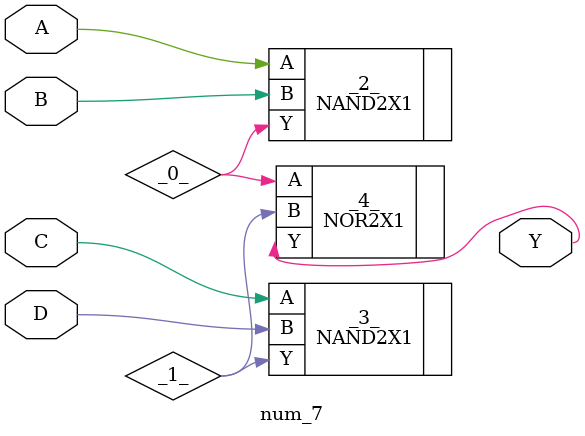
<source format=v>
/* Generated by Yosys 0.7 (git sha1 61f6811, gcc 6.2.0-11ubuntu1 -O2 -fdebug-prefix-map=/build/yosys-OIL3SR/yosys-0.7=. -fstack-protector-strong -fPIC -Os) */

(* src = "Test_Designs/num_7.v:6" *)
module num_7(A, B, C, D, Y);
  wire _0_;
  wire _1_;
  (* src = "Test_Designs/num_7.v:6" *)
  input A;
  (* src = "Test_Designs/num_7.v:6" *)
  input B;
  (* src = "Test_Designs/num_7.v:6" *)
  input C;
  (* src = "Test_Designs/num_7.v:6" *)
  input D;
  (* src = "Test_Designs/num_7.v:6" *)
  output Y;
  NAND2X1 _2_ (
    .A(A),
    .B(B),
    .Y(_0_)
  );
  NAND2X1 _3_ (
    .A(C),
    .B(D),
    .Y(_1_)
  );
  NOR2X1 _4_ (
    .A(_0_),
    .B(_1_),
    .Y(Y)
  );
endmodule

</source>
